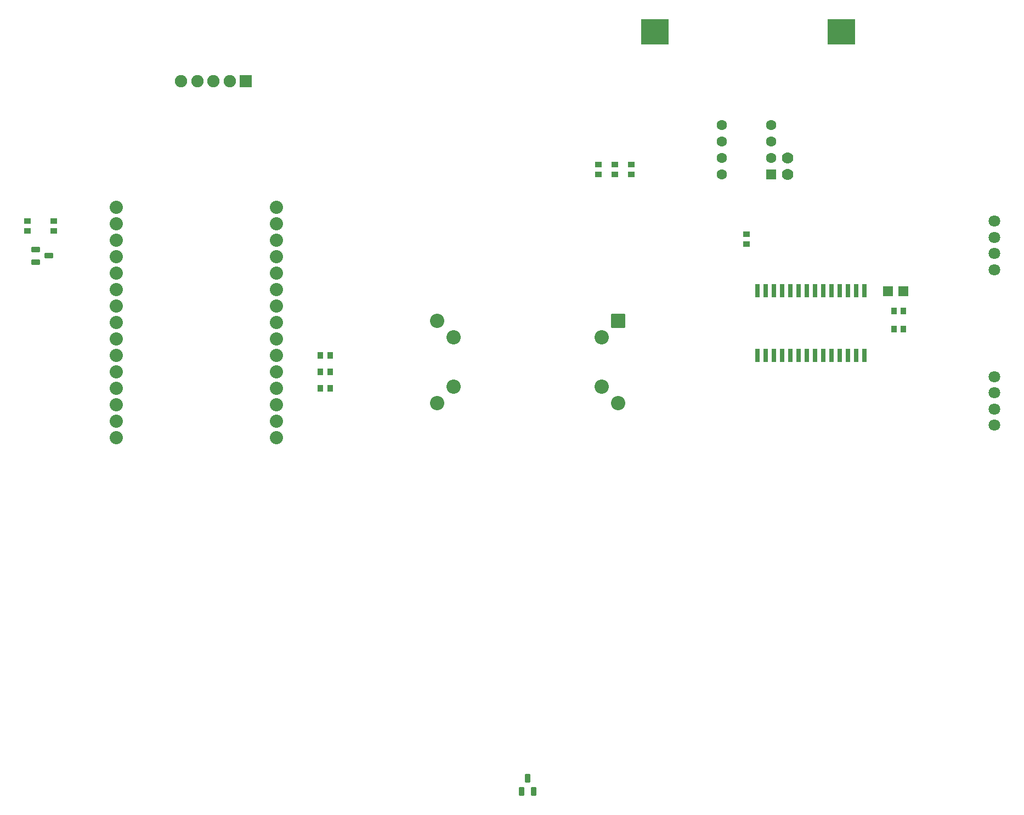
<source format=gts>
G04 Layer: TopSolderMaskLayer*
G04 EasyEDA v6.5.22, 2022-11-14 19:57:00*
G04 f0da57bd03cf490fa7de3f553d211417,61aeb1a5dc08497992730370c491a1bd,10*
G04 Gerber Generator version 0.2*
G04 Scale: 100 percent, Rotated: No, Reflected: No *
G04 Dimensions in millimeters *
G04 leading zeros omitted , absolute positions ,4 integer and 5 decimal *
%FSLAX45Y45*%
%MOMM*%

%AMMACRO1*1,1,$1,$2,$3*1,1,$1,$4,$5*1,1,$1,0-$2,0-$3*1,1,$1,0-$4,0-$5*20,1,$1,$2,$3,$4,$5,0*20,1,$1,$4,$5,0-$2,0-$3,0*20,1,$1,0-$2,0-$3,0-$4,0-$5,0*20,1,$1,0-$4,0-$5,$2,$3,0*4,1,4,$2,$3,$4,$5,0-$2,0-$3,0-$4,0-$5,$2,$3,0*%
%AMMACRO2*4,1,32,-0.2496,-1.0508,-0.2648,-1.0483,-0.28,-1.0406,-0.2902,-1.0305,-0.2978,-1.0152,-0.3004,-1,-0.3011,-0.9995,-0.3011,0.9995,-0.3004,1,-0.2978,1.0152,-0.2902,1.0305,-0.28,1.0406,-0.2648,1.0483,-0.2496,1.0508,-0.2503,1.0503,0.2501,1.0503,0.2503,1.0508,0.2656,1.0483,0.2808,1.0406,0.291,1.0305,0.2986,1.0152,0.3011,1,0.3009,0.9995,0.3009,-0.9995,0.3011,-1,0.2986,-1.0152,0.291,-1.0305,0.2808,-1.0406,0.2656,-1.0483,0.2503,-1.0508,0.2501,-1.0503,-0.2503,-1.0503,-0.2496,-1.0508,0*%
%ADD10C,2.2032*%
%ADD11MACRO1,0.2032X1X1X-1X1*%
%ADD12C,2.0320*%
%ADD13MACRO1,0.1016X-2.1X1.9X2.1X1.9*%
%ADD14MACRO1,0.1016X-0.75X0.6795X0.75X0.6795*%
%ADD15MACRO1,0.1016X0.4X-0.45X-0.4X-0.45*%
%ADD16C,1.8000*%
%ADD17MACRO1,0.1016X-0.432X0.4032X0.432X0.4032*%
%ADD18MACRO1,0.1016X-0.432X-0.4032X0.432X-0.4032*%
%ADD19MACRO1,0.1016X0.432X-0.4032X-0.432X-0.4032*%
%ADD20MACRO1,0.1016X0.432X0.4032X-0.432X0.4032*%
%ADD21MACRO1,0.1016X0.4032X0.432X0.4032X-0.432*%
%ADD22MACRO1,0.1016X-0.4032X0.432X-0.4032X-0.432*%
%ADD23MACRO2*%
%ADD24MACRO1,0.1016X-0.75X-0.75X-0.75X0.75*%
%ADD25C,1.6016*%
%ADD26C,1.7780*%
%ADD27C,1.9016*%
%ADD28MACRO1,0.1016X0.9X-0.9X-0.9X-0.9*%
%ADD29MACRO1,0.1016X0.35X0.625X0.35X-0.625*%
%ADD30MACRO1,0.1016X0.625X-0.35X-0.625X-0.35*%

%LPD*%
D10*
G01*
X1143000Y-218998D03*
G01*
X-1143000Y-218998D03*
G01*
X1397000Y-1235989D03*
D11*
G01*
X1397000Y35991D03*
D10*
G01*
X1143000Y-980998D03*
G01*
X-1397000Y-1235989D03*
G01*
X-1397000Y35991D03*
G01*
X-1143000Y-980998D03*
D12*
G01*
X-6353987Y1786991D03*
G01*
X-6353987Y1532991D03*
G01*
X-6353987Y1278991D03*
G01*
X-6353987Y1024991D03*
G01*
X-6353987Y770991D03*
G01*
X-6353987Y516991D03*
G01*
X-6353987Y262991D03*
G01*
X-6353987Y8991D03*
G01*
X-6353987Y-245008D03*
G01*
X-6353987Y-499008D03*
G01*
X-6353987Y-753008D03*
G01*
X-6353987Y-1007008D03*
G01*
X-6353987Y-1261008D03*
G01*
X-6353987Y-1515008D03*
G01*
X-6353987Y-1769008D03*
G01*
X-3876979Y1786991D03*
G01*
X-3876979Y1532991D03*
G01*
X-3876979Y1278991D03*
G01*
X-3876979Y1024991D03*
G01*
X-3876979Y770991D03*
G01*
X-3876979Y516991D03*
G01*
X-3876979Y262991D03*
G01*
X-3876979Y8991D03*
G01*
X-3876979Y-245008D03*
G01*
X-3876979Y-499008D03*
G01*
X-3876979Y-753008D03*
G01*
X-3876979Y-1007008D03*
G01*
X-3876979Y-1261008D03*
G01*
X-3876979Y-1515008D03*
G01*
X-3876979Y-1769008D03*
D13*
G01*
X4838496Y4499990D03*
G01*
X1961489Y4499990D03*
D14*
G01*
X5556900Y495300D03*
G01*
X5796898Y495300D03*
D15*
G01*
X5657700Y-88900D03*
G01*
X5797699Y-88900D03*
G01*
X5657700Y190500D03*
G01*
X5797699Y190500D03*
D16*
G01*
X7199985Y1575003D03*
G01*
X7199985Y1324990D03*
G01*
X7199985Y1075004D03*
G01*
X7199985Y824992D03*
G01*
X7199985Y-824992D03*
G01*
X7199985Y-1075004D03*
G01*
X7199985Y-1324990D03*
G01*
X7199985Y-1575003D03*
D17*
G01*
X1600200Y2299575D03*
D18*
G01*
X1600200Y2450224D03*
D17*
G01*
X1346200Y2299575D03*
D18*
G01*
X1346200Y2450224D03*
D17*
G01*
X1092200Y2299575D03*
D18*
G01*
X1092200Y2450224D03*
D19*
G01*
X3378200Y1370724D03*
D20*
G01*
X3378200Y1220075D03*
D21*
G01*
X-3199524Y-495300D03*
D22*
G01*
X-3048875Y-495300D03*
D21*
G01*
X-3199524Y-749300D03*
D22*
G01*
X-3048875Y-749300D03*
D21*
G01*
X-3199524Y-1003300D03*
D22*
G01*
X-3048875Y-1003300D03*
D23*
G01*
X3544455Y499998D03*
G01*
X3544455Y-499998D03*
G01*
X3671455Y499998D03*
G01*
X3671455Y-499998D03*
G01*
X3798455Y499998D03*
G01*
X3798455Y-499998D03*
G01*
X3925455Y499998D03*
G01*
X3925455Y-499998D03*
G01*
X4052455Y499998D03*
G01*
X4052455Y-499998D03*
G01*
X4179455Y499998D03*
G01*
X4179455Y-499998D03*
G01*
X4306455Y499998D03*
G01*
X4306455Y-499998D03*
G01*
X4433455Y499998D03*
G01*
X4433455Y-499998D03*
G01*
X4560455Y499998D03*
G01*
X4560455Y-499998D03*
G01*
X4687455Y499998D03*
G01*
X4687455Y-499998D03*
G01*
X4814455Y499998D03*
G01*
X4814455Y-499998D03*
G01*
X4941455Y499998D03*
G01*
X4941455Y-499998D03*
G01*
X5068455Y499998D03*
G01*
X5068455Y-499998D03*
G01*
X5195455Y499998D03*
G01*
X5195455Y-499998D03*
D24*
G01*
X3759200Y2298700D03*
D25*
G01*
X3759200Y2552700D03*
G01*
X3759200Y2806700D03*
G01*
X3759200Y3060700D03*
G01*
X2997200Y2298700D03*
G01*
X2997200Y2552700D03*
G01*
X2997200Y2806700D03*
G01*
X2997200Y3060700D03*
D26*
G01*
X4013200Y2552700D03*
G01*
X4013200Y2298700D03*
D27*
G01*
X-4851400Y3733800D03*
G01*
X-4601413Y3733800D03*
D28*
G01*
X-4351400Y3733800D03*
D27*
G01*
X-5101412Y3733800D03*
G01*
X-5351398Y3733800D03*
D29*
G01*
X-94996Y-7224699D03*
G01*
X94994Y-7224699D03*
G01*
X-1Y-7024700D03*
D30*
G01*
X-7592999Y1136396D03*
G01*
X-7592999Y946405D03*
G01*
X-7393000Y1041401D03*
D19*
G01*
X-7721600Y1573924D03*
D20*
G01*
X-7721600Y1423275D03*
D19*
G01*
X-7315200Y1573924D03*
D20*
G01*
X-7315200Y1423275D03*
M02*

</source>
